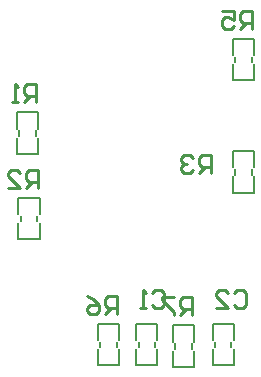
<source format=gbo>
G04*
G04 #@! TF.GenerationSoftware,Altium Limited,Altium Designer,21.9.2 (33)*
G04*
G04 Layer_Color=32896*
%FSTAX24Y24*%
%MOIN*%
G70*
G04*
G04 #@! TF.SameCoordinates,D1A32080-4ACB-4024-A22C-927F9C0922C7*
G04*
G04*
G04 #@! TF.FilePolarity,Positive*
G04*
G01*
G75*
%ADD10C,0.0100*%
%ADD16C,0.0079*%
%ADD19C,0.0070*%
D10*
X023196Y025603D02*
Y026203D01*
X022897D01*
X022797Y026103D01*
Y025903D01*
X022897Y025803D01*
X023196D01*
X022997D02*
X022797Y025603D01*
X022597Y026203D02*
X022197D01*
Y026103D01*
X022597Y025703D01*
Y025603D01*
X020696Y025653D02*
Y026253D01*
X020397D01*
X020297Y026153D01*
Y025953D01*
X020397Y025853D01*
X020696D01*
X020497D02*
X020297Y025653D01*
X019697Y026253D02*
X019897Y026153D01*
X020097Y025953D01*
Y025753D01*
X019997Y025653D01*
X019797D01*
X019697Y025753D01*
Y025853D01*
X019797Y025953D01*
X020097D01*
X025196Y035153D02*
Y035753D01*
X024897D01*
X024797Y035653D01*
Y035453D01*
X024897Y035353D01*
X025196D01*
X024997D02*
X024797Y035153D01*
X024197Y035753D02*
X024597D01*
Y035453D01*
X024397Y035553D01*
X024297D01*
X024197Y035453D01*
Y035253D01*
X024297Y035153D01*
X024497D01*
X024597Y035253D01*
X023835Y030358D02*
Y030957D01*
X023535D01*
X023435Y030857D01*
Y030657D01*
X023535Y030558D01*
X023835D01*
X023635D02*
X023435Y030358D01*
X023235Y030857D02*
X023135Y030957D01*
X022935D01*
X022835Y030857D01*
Y030757D01*
X022935Y030657D01*
X023035D01*
X022935D01*
X022835Y030558D01*
Y030458D01*
X022935Y030358D01*
X023135D01*
X023235Y030458D01*
X024595Y026337D02*
X024695Y026437D01*
X024895D01*
X024995Y026337D01*
Y025937D01*
X024895Y025837D01*
X024695D01*
X024595Y025937D01*
X023995Y025837D02*
X024395D01*
X023995Y026237D01*
Y026337D01*
X024095Y026437D01*
X024295D01*
X024395Y026337D01*
X021845D02*
X021945Y026437D01*
X022145D01*
X022245Y026337D01*
Y025937D01*
X022145Y025837D01*
X021945D01*
X021845Y025937D01*
X021645Y025837D02*
X021445D01*
X021545D01*
Y026437D01*
X021645Y026337D01*
X018046Y029853D02*
Y030453D01*
X017747D01*
X017647Y030353D01*
Y030153D01*
X017747Y030053D01*
X018046D01*
X017847D02*
X017647Y029853D01*
X017047D02*
X017447D01*
X017047Y030253D01*
Y030353D01*
X017147Y030453D01*
X017347D01*
X017447Y030353D01*
X017996Y032703D02*
Y033303D01*
X017697D01*
X017597Y033203D01*
Y033003D01*
X017697Y032903D01*
X017996D01*
X017797D02*
X017597Y032703D01*
X017397D02*
X017197D01*
X017297D01*
Y033303D01*
X017397Y033203D01*
D16*
X023261Y023882D02*
Y024411D01*
X022551Y023882D02*
X023261D01*
X022551D02*
Y024411D01*
Y024716D02*
Y02526D01*
X023261Y024716D02*
Y02526D01*
X022551D02*
X023261D01*
X023881Y025311D02*
X024581D01*
X023881Y023931D02*
X024581D01*
X023881Y024782D02*
Y025311D01*
Y023931D02*
Y024477D01*
X024581Y023931D02*
Y024477D01*
Y024782D02*
Y025311D01*
X020761Y023932D02*
Y024461D01*
X020051Y023932D02*
X020761D01*
X020051D02*
Y024461D01*
Y024766D02*
Y02531D01*
X020761Y024766D02*
Y02531D01*
X020051D02*
X020761D01*
X017401Y028132D02*
X018111D01*
X017401D02*
Y028677D01*
X018111Y028132D02*
Y028677D01*
Y028982D02*
Y02951D01*
X017401D02*
X018111D01*
X017401Y028982D02*
Y02951D01*
X017351Y03236D02*
X018061D01*
Y031816D02*
Y03236D01*
X017351Y031816D02*
Y03236D01*
Y030982D02*
Y031511D01*
Y030982D02*
X018061D01*
Y031511D01*
X021331Y025311D02*
X022031D01*
X021331Y023931D02*
X022031D01*
X021331Y024782D02*
Y025311D01*
Y023931D02*
Y024477D01*
X022031Y023931D02*
Y024477D01*
Y024782D02*
Y025311D01*
X024551Y034282D02*
Y03481D01*
X025261D01*
Y034282D02*
Y03481D01*
Y033432D02*
Y033977D01*
X024551Y033432D02*
Y033977D01*
Y033432D02*
X025261D01*
X024551Y030532D02*
Y03106D01*
X025261D01*
Y030532D02*
Y03106D01*
Y029682D02*
Y030227D01*
X024551Y029682D02*
Y030227D01*
Y029682D02*
X025261D01*
D19*
X023175Y02448D02*
Y02466D01*
X022635Y02448D02*
Y02466D01*
X023959Y024533D02*
Y024713D01*
X024499Y024533D02*
Y024713D01*
X020675Y02453D02*
Y02471D01*
X020135Y02453D02*
Y02471D01*
X018027Y028733D02*
Y028913D01*
X017487Y028733D02*
Y028913D01*
X017435Y03158D02*
Y03176D01*
X017975Y03158D02*
Y03176D01*
X021409Y024533D02*
Y024713D01*
X021949Y024533D02*
Y024713D01*
X024637Y034033D02*
Y034213D01*
X025177Y034033D02*
Y034213D01*
X024637Y030283D02*
Y030463D01*
X025177Y030283D02*
Y030463D01*
M02*

</source>
